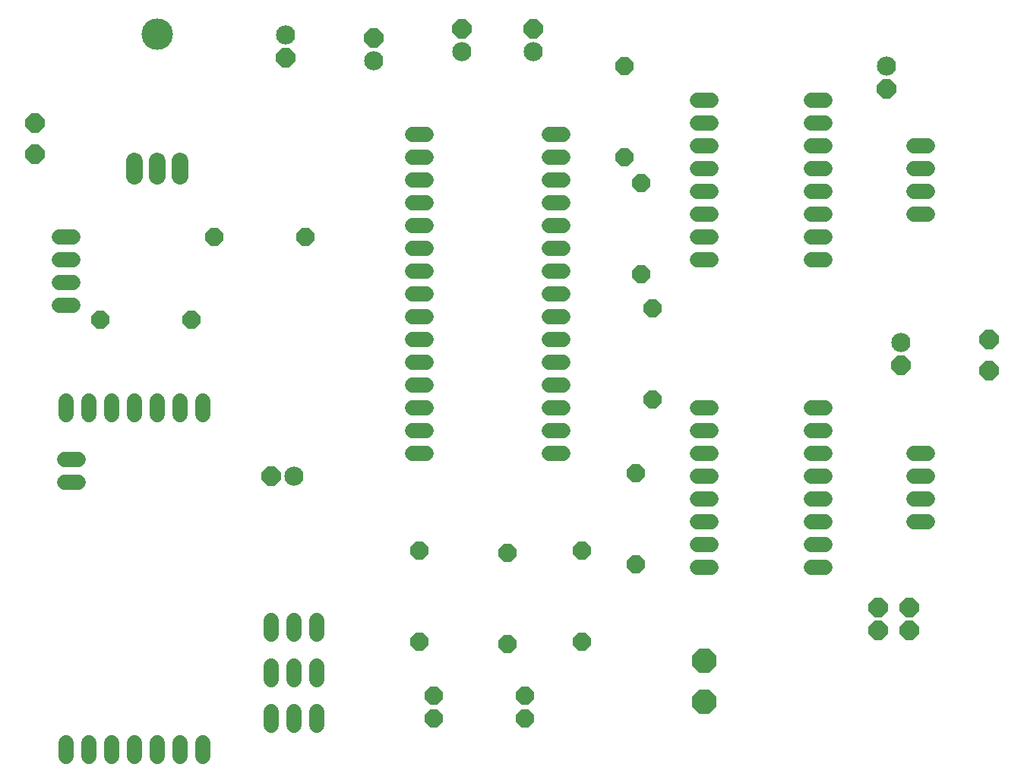
<source format=gts>
G75*
%MOIN*%
%OFA0B0*%
%FSLAX25Y25*%
%IPPOS*%
%LPD*%
%AMOC8*
5,1,8,0,0,1.08239X$1,22.5*
%
%ADD10C,0.06800*%
%ADD11OC8,0.08400*%
%ADD12C,0.08400*%
%ADD13OC8,0.07800*%
%ADD14OC8,0.10800*%
%ADD15C,0.07400*%
%ADD16C,0.13800*%
D10*
X0054735Y0011832D02*
X0054735Y0017832D01*
X0064735Y0017832D02*
X0064735Y0011832D01*
X0074735Y0011832D02*
X0074735Y0017832D01*
X0084735Y0017832D02*
X0084735Y0011832D01*
X0094735Y0011832D02*
X0094735Y0017832D01*
X0104735Y0017832D02*
X0104735Y0011832D01*
X0114735Y0011832D02*
X0114735Y0017832D01*
X0144735Y0025582D02*
X0144735Y0031582D01*
X0154735Y0031582D02*
X0154735Y0025582D01*
X0164735Y0025582D02*
X0164735Y0031582D01*
X0164735Y0045582D02*
X0164735Y0051582D01*
X0154735Y0051582D02*
X0154735Y0045582D01*
X0144735Y0045582D02*
X0144735Y0051582D01*
X0144735Y0065582D02*
X0144735Y0071582D01*
X0154735Y0071582D02*
X0154735Y0065582D01*
X0164735Y0065582D02*
X0164735Y0071582D01*
X0206735Y0144832D02*
X0212735Y0144832D01*
X0212735Y0154832D02*
X0206735Y0154832D01*
X0206735Y0164832D02*
X0212735Y0164832D01*
X0212735Y0174832D02*
X0206735Y0174832D01*
X0206735Y0184832D02*
X0212735Y0184832D01*
X0212735Y0194832D02*
X0206735Y0194832D01*
X0206735Y0204832D02*
X0212735Y0204832D01*
X0212735Y0214832D02*
X0206735Y0214832D01*
X0206735Y0224832D02*
X0212735Y0224832D01*
X0212735Y0234832D02*
X0206735Y0234832D01*
X0206735Y0244832D02*
X0212735Y0244832D01*
X0212735Y0254832D02*
X0206735Y0254832D01*
X0206735Y0264832D02*
X0212735Y0264832D01*
X0212735Y0274832D02*
X0206735Y0274832D01*
X0206735Y0284832D02*
X0212735Y0284832D01*
X0266735Y0284832D02*
X0272735Y0284832D01*
X0272735Y0274832D02*
X0266735Y0274832D01*
X0266735Y0264832D02*
X0272735Y0264832D01*
X0272735Y0254832D02*
X0266735Y0254832D01*
X0266735Y0244832D02*
X0272735Y0244832D01*
X0272735Y0234832D02*
X0266735Y0234832D01*
X0266735Y0224832D02*
X0272735Y0224832D01*
X0272735Y0214832D02*
X0266735Y0214832D01*
X0266735Y0204832D02*
X0272735Y0204832D01*
X0272735Y0194832D02*
X0266735Y0194832D01*
X0266735Y0184832D02*
X0272735Y0184832D01*
X0272735Y0174832D02*
X0266735Y0174832D01*
X0266735Y0164832D02*
X0272735Y0164832D01*
X0272735Y0154832D02*
X0266735Y0154832D01*
X0266735Y0144832D02*
X0272735Y0144832D01*
X0331735Y0144832D02*
X0337735Y0144832D01*
X0337735Y0134832D02*
X0331735Y0134832D01*
X0331735Y0124832D02*
X0337735Y0124832D01*
X0337735Y0114832D02*
X0331735Y0114832D01*
X0331735Y0104832D02*
X0337735Y0104832D01*
X0337735Y0094832D02*
X0331735Y0094832D01*
X0381735Y0094832D02*
X0387735Y0094832D01*
X0387735Y0104832D02*
X0381735Y0104832D01*
X0381735Y0114832D02*
X0387735Y0114832D01*
X0387735Y0124832D02*
X0381735Y0124832D01*
X0381735Y0134832D02*
X0387735Y0134832D01*
X0387735Y0144832D02*
X0381735Y0144832D01*
X0381735Y0154832D02*
X0387735Y0154832D01*
X0387735Y0164832D02*
X0381735Y0164832D01*
X0337735Y0164832D02*
X0331735Y0164832D01*
X0331735Y0154832D02*
X0337735Y0154832D01*
X0426735Y0144832D02*
X0432735Y0144832D01*
X0432735Y0134832D02*
X0426735Y0134832D01*
X0426735Y0124832D02*
X0432735Y0124832D01*
X0432735Y0114832D02*
X0426735Y0114832D01*
X0387735Y0229832D02*
X0381735Y0229832D01*
X0381735Y0239832D02*
X0387735Y0239832D01*
X0387735Y0249832D02*
X0381735Y0249832D01*
X0381735Y0259832D02*
X0387735Y0259832D01*
X0387735Y0269832D02*
X0381735Y0269832D01*
X0381735Y0279832D02*
X0387735Y0279832D01*
X0387735Y0289832D02*
X0381735Y0289832D01*
X0381735Y0299832D02*
X0387735Y0299832D01*
X0426735Y0279832D02*
X0432735Y0279832D01*
X0432735Y0269832D02*
X0426735Y0269832D01*
X0426735Y0259832D02*
X0432735Y0259832D01*
X0432735Y0249832D02*
X0426735Y0249832D01*
X0337735Y0249832D02*
X0331735Y0249832D01*
X0331735Y0239832D02*
X0337735Y0239832D01*
X0337735Y0229832D02*
X0331735Y0229832D01*
X0331735Y0259832D02*
X0337735Y0259832D01*
X0337735Y0269832D02*
X0331735Y0269832D01*
X0331735Y0279832D02*
X0337735Y0279832D01*
X0337735Y0289832D02*
X0331735Y0289832D01*
X0331735Y0299832D02*
X0337735Y0299832D01*
X0114735Y0167832D02*
X0114735Y0161832D01*
X0104735Y0161832D02*
X0104735Y0167832D01*
X0094735Y0167832D02*
X0094735Y0161832D01*
X0084735Y0161832D02*
X0084735Y0167832D01*
X0074735Y0167832D02*
X0074735Y0161832D01*
X0064735Y0161832D02*
X0064735Y0167832D01*
X0054735Y0167832D02*
X0054735Y0161832D01*
X0054235Y0142332D02*
X0060235Y0142332D01*
X0060235Y0132332D02*
X0054235Y0132332D01*
X0051735Y0209832D02*
X0057735Y0209832D01*
X0057735Y0219832D02*
X0051735Y0219832D01*
X0051735Y0229832D02*
X0057735Y0229832D01*
X0057735Y0239832D02*
X0051735Y0239832D01*
D11*
X0040985Y0276082D03*
X0040985Y0289832D03*
X0150985Y0318582D03*
X0189735Y0327332D03*
X0228485Y0331082D03*
X0259735Y0331082D03*
X0414735Y0304832D03*
X0459735Y0194832D03*
X0459735Y0181082D03*
X0420985Y0183582D03*
X0424735Y0077332D03*
X0424735Y0067332D03*
X0410985Y0067332D03*
X0410985Y0077332D03*
X0144735Y0134832D03*
D12*
X0154735Y0134832D03*
X0189735Y0317332D03*
X0228485Y0321082D03*
X0259735Y0321082D03*
X0150985Y0328582D03*
X0414735Y0314832D03*
X0420985Y0193582D03*
D13*
X0312235Y0208582D03*
X0307235Y0223582D03*
X0307235Y0263582D03*
X0299735Y0274832D03*
X0299735Y0314832D03*
X0159735Y0239832D03*
X0119735Y0239832D03*
X0109735Y0203582D03*
X0069735Y0203582D03*
X0209735Y0102332D03*
X0248485Y0101082D03*
X0280985Y0102332D03*
X0304735Y0096082D03*
X0280985Y0062332D03*
X0248485Y0061082D03*
X0255985Y0038582D03*
X0255985Y0028582D03*
X0215985Y0028582D03*
X0215985Y0038582D03*
X0209735Y0062332D03*
X0304735Y0136082D03*
X0312235Y0168582D03*
D14*
X0334735Y0053832D03*
X0334735Y0035832D03*
D15*
X0104735Y0266532D02*
X0104735Y0273132D01*
X0094735Y0273132D02*
X0094735Y0266532D01*
X0084735Y0266532D02*
X0084735Y0273132D01*
D16*
X0094735Y0328832D03*
M02*

</source>
